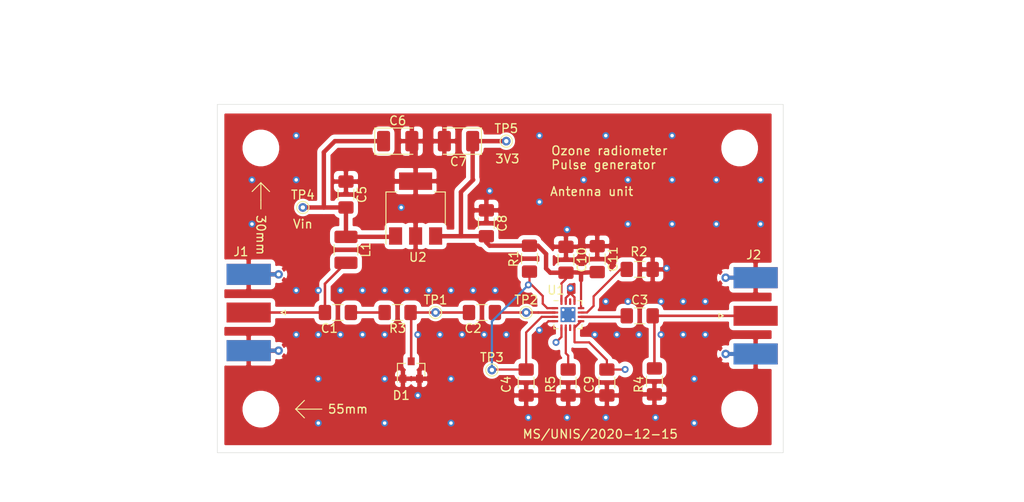
<source format=kicad_pcb>
(kicad_pcb (version 20171130) (host pcbnew "(5.1.5)-3")
  (layers (0 F.Cu signal) (1 In1.Cu power) (2 In2.Cu power) (31 B.Cu signal) (34 B.Paste user) (35 F.Paste user) (36 B.SilkS user) (37 F.SilkS user) (38 B.Mask user) (39 F.Mask user) (44 Edge.Cuts user))
  (net 0 "")
  (net 1 "Net-(C1-Pad2)")
  (net 2 "Net-(C1-Pad1)")
  (net 3 "Net-(C2-Pad1)")
  (net 4 "Net-(C2-Pad2)")
  (net 5 "Net-(C3-Pad2)")
  (net 6 "Net-(C3-Pad1)")
  (net 7 "Net-(C4-Pad2)")
  (net 8 GND)
  (net 9 "Net-(C5-Pad2)")
  (net 10 +3V3)
  (net 11 "Net-(R2-Pad2)")
  (net 12 "Net-(R5-Pad1)")
  (net 13 "Net-(U1-Pad7)")
  (net 14 "Net-(U1-Pad14)")
  (module Connector_Coaxial:SMA_Molex_73251-1153_EdgeMount_Horizontal (layer F.Cu) (at 95.319 88.9)
    (fp_text reference J1 (at -2.609 -6.985) (layer F.SilkS))
    (fp_text value Conn_Coaxial)
    (fp_line (start 2.5 0.25) (end 2 0) (layer F.SilkS) (width 0.12))
    (fp_line (start 2.5 -0.25) (end 2.5 0.25) (layer F.SilkS) (width 0.12))
    (fp_line (start 2 0) (end 2.5 -0.25) (layer F.SilkS) (width 0.12))
    (pad 1 smd rect (at -1.72 0) (size 5.08 2.29) (layers F.Cu F.Paste F.Mask) (net 1 "Net-(C1-Pad2)"))
    (pad 2 smd rect (at -1.72 -4.38) (size 5.08 2.42) (layers F.Cu F.Paste F.Mask) (net 8 GND))
    (pad 2 smd rect (at -1.72 4.38) (size 5.08 2.42) (layers F.Cu F.Paste F.Mask) (net 8 GND))
    (pad 2 smd rect (at -1.72 -4.38) (size 5.08 2.42) (layers B.Cu B.Paste B.Mask) (net 8 GND))
    (pad 2 smd rect (at -1.72 4.38) (size 5.08 2.42) (layers B.Cu B.Paste B.Mask) (net 8 GND))
    (pad 2 thru_hole circle (at 1.72 -4.38) (size 0.97 0.97) (drill 0.46) (layers *.Cu) (net 8 GND))
    (pad 2 thru_hole circle (at 1.72 4.38) (size 0.97 0.97) (drill 0.46) (layers *.Cu) (net 8 GND))
    (pad 2 smd rect (at 1.27 -4.38) (size 0.95 0.46) (layers F.Cu) (net 8 GND))
    (pad 2 smd rect (at 1.27 4.38) (size 0.95 0.46) (layers F.Cu) (net 8 GND))
    (pad 2 smd rect (at 1.27 -4.38) (size 0.95 0.46) (layers B.Cu) (net 8 GND))
    (pad 2 smd rect (at 1.27 4.38) (size 0.95 0.46) (layers B.Cu) (net 8 GND))
  )
  (module Capacitor_SMD:C_1206_3216Metric_Pad1.42x1.75mm_HandSolder (layer F.Cu) (at 103.8495 88.9 180)
    (fp_text reference C1 (at 0.9795 -1.82) (layer F.SilkS))
    (fp_text value 10n)
    (fp_line (start -0.602064 0.91) (end 0.602064 0.91) (layer F.SilkS) (width 0.12))
    (fp_line (start -0.602064 -0.91) (end 0.602064 -0.91) (layer F.SilkS) (width 0.12))
    (pad 2 smd roundrect (at 1.4875 0 180) (size 1.425 1.75) (layers F.Cu F.Paste F.Mask) (roundrect_rratio 0.175439) (net 1 "Net-(C1-Pad2)"))
    (pad 1 smd roundrect (at -1.4875 0 180) (size 1.425 1.75) (layers F.Cu F.Paste F.Mask) (roundrect_rratio 0.175439) (net 2 "Net-(C1-Pad1)"))
  )
  (module Capacitor_SMD:C_1206_3216Metric_Pad1.42x1.75mm_HandSolder (layer F.Cu) (at 120.396 88.9 180)
    (fp_text reference C2 (at 1.016 -1.82) (layer F.SilkS))
    (fp_text value 10n)
    (fp_line (start -0.602064 -0.91) (end 0.602064 -0.91) (layer F.SilkS) (width 0.12))
    (fp_line (start -0.602064 0.91) (end 0.602064 0.91) (layer F.SilkS) (width 0.12))
    (pad 1 smd roundrect (at -1.4875 0 180) (size 1.425 1.75) (layers F.Cu F.Paste F.Mask) (roundrect_rratio 0.175439) (net 3 "Net-(C2-Pad1)"))
    (pad 2 smd roundrect (at 1.4875 0 180) (size 1.425 1.75) (layers F.Cu F.Paste F.Mask) (roundrect_rratio 0.175439) (net 4 "Net-(C2-Pad2)"))
  )
  (module Capacitor_SMD:C_1206_3216Metric_Pad1.42x1.75mm_HandSolder (layer F.Cu) (at 138.5205 89.281)
    (fp_text reference C3 (at 0 -1.82) (layer F.SilkS))
    (fp_text value 1p)
    (fp_line (start -0.602064 0.91) (end 0.602064 0.91) (layer F.SilkS) (width 0.12))
    (fp_line (start -0.602064 -0.91) (end 0.602064 -0.91) (layer F.SilkS) (width 0.12))
    (pad 2 smd roundrect (at 1.4875 0) (size 1.425 1.75) (layers F.Cu F.Paste F.Mask) (roundrect_rratio 0.175439) (net 5 "Net-(C3-Pad2)"))
    (pad 1 smd roundrect (at -1.4875 0) (size 1.425 1.75) (layers F.Cu F.Paste F.Mask) (roundrect_rratio 0.175439) (net 6 "Net-(C3-Pad1)"))
  )
  (module Capacitor_SMD:C_1206_3216Metric_Pad1.42x1.75mm_HandSolder (layer F.Cu) (at 125.476 96.9375 90)
    (fp_text reference C4 (at -0.2175 -2.286 270) (layer F.SilkS))
    (fp_text value 10n)
    (fp_line (start -0.602064 0.91) (end 0.602064 0.91) (layer F.SilkS) (width 0.12))
    (fp_line (start -0.602064 -0.91) (end 0.602064 -0.91) (layer F.SilkS) (width 0.12))
    (pad 2 smd roundrect (at 1.4875 0 90) (size 1.425 1.75) (layers F.Cu F.Paste F.Mask) (roundrect_rratio 0.175439) (net 7 "Net-(C4-Pad2)"))
    (pad 1 smd roundrect (at -1.4875 0 90) (size 1.425 1.75) (layers F.Cu F.Paste F.Mask) (roundrect_rratio 0.175439) (net 8 GND))
  )
  (module Capacitor_SMD:C_1206_3216Metric_Pad1.42x1.75mm_HandSolder (layer F.Cu) (at 104.775 75.3475 270)
    (fp_text reference C5 (at 0 -1.82 90) (layer F.SilkS))
    (fp_text value 10n)
    (fp_line (start -0.602064 -0.91) (end 0.602064 -0.91) (layer F.SilkS) (width 0.12))
    (fp_line (start -0.602064 0.91) (end 0.602064 0.91) (layer F.SilkS) (width 0.12))
    (pad 1 smd roundrect (at -1.4875 0 270) (size 1.425 1.75) (layers F.Cu F.Paste F.Mask) (roundrect_rratio 0.175439) (net 8 GND))
    (pad 2 smd roundrect (at 1.4875 0 270) (size 1.425 1.75) (layers F.Cu F.Paste F.Mask) (roundrect_rratio 0.175439) (net 9 "Net-(C5-Pad2)"))
  )
  (module Capacitor_Tantalum_SMD:CP_EIA-3528-21_Kemet-B_Pad1.50x2.35mm_HandSolder (layer F.Cu) (at 110.718 69.215)
    (fp_text reference C6 (at 0 -2.35) (layer F.SilkS))
    (fp_text value 10u)
    (fp_line (start -2.635 1.51) (end 1.75 1.51) (layer F.SilkS) (width 0.12))
    (fp_line (start -2.635 -1.51) (end -2.635 1.51) (layer F.SilkS) (width 0.12))
    (fp_line (start 1.75 -1.51) (end -2.635 -1.51) (layer F.SilkS) (width 0.12))
    (pad 2 smd roundrect (at 1.625 0) (size 1.5 2.35) (layers F.Cu F.Paste F.Mask) (roundrect_rratio 0.166667) (net 8 GND))
    (pad 1 smd roundrect (at -1.625 0) (size 1.5 2.35) (layers F.Cu F.Paste F.Mask) (roundrect_rratio 0.166667) (net 9 "Net-(C5-Pad2)"))
  )
  (module Capacitor_Tantalum_SMD:CP_EIA-3528-21_Kemet-B_Pad1.50x2.35mm_HandSolder (layer F.Cu) (at 117.703 69.215 180)
    (fp_text reference C7 (at 0 -2.35) (layer F.SilkS))
    (fp_text value 10u)
    (fp_line (start 1.75 -1.51) (end -2.635 -1.51) (layer F.SilkS) (width 0.12))
    (fp_line (start -2.635 -1.51) (end -2.635 1.51) (layer F.SilkS) (width 0.12))
    (fp_line (start -2.635 1.51) (end 1.75 1.51) (layer F.SilkS) (width 0.12))
    (pad 1 smd roundrect (at -1.625 0 180) (size 1.5 2.35) (layers F.Cu F.Paste F.Mask) (roundrect_rratio 0.166667) (net 10 +3V3))
    (pad 2 smd roundrect (at 1.625 0 180) (size 1.5 2.35) (layers F.Cu F.Paste F.Mask) (roundrect_rratio 0.166667) (net 8 GND))
  )
  (module Capacitor_SMD:C_1206_3216Metric_Pad1.42x1.75mm_HandSolder (layer F.Cu) (at 120.904 78.6495 270)
    (fp_text reference C8 (at 0 -1.82 90) (layer F.SilkS))
    (fp_text value 10n)
    (fp_line (start -0.602064 -0.91) (end 0.602064 -0.91) (layer F.SilkS) (width 0.12))
    (fp_line (start -0.602064 0.91) (end 0.602064 0.91) (layer F.SilkS) (width 0.12))
    (pad 1 smd roundrect (at -1.4875 0 270) (size 1.425 1.75) (layers F.Cu F.Paste F.Mask) (roundrect_rratio 0.175439) (net 8 GND))
    (pad 2 smd roundrect (at 1.4875 0 270) (size 1.425 1.75) (layers F.Cu F.Paste F.Mask) (roundrect_rratio 0.175439) (net 10 +3V3))
  )
  (module Capacitor_SMD:C_1206_3216Metric_Pad1.42x1.75mm_HandSolder (layer F.Cu) (at 134.747 96.9375 90)
    (fp_text reference C9 (at -0.2175 -2.032 270) (layer F.SilkS))
    (fp_text value 10n)
    (fp_line (start -0.602064 0.91) (end 0.602064 0.91) (layer F.SilkS) (width 0.12))
    (fp_line (start -0.602064 -0.91) (end 0.602064 -0.91) (layer F.SilkS) (width 0.12))
    (pad 2 smd roundrect (at 1.4875 0 90) (size 1.425 1.75) (layers F.Cu F.Paste F.Mask) (roundrect_rratio 0.175439) (net 10 +3V3))
    (pad 1 smd roundrect (at -1.4875 0 90) (size 1.425 1.75) (layers F.Cu F.Paste F.Mask) (roundrect_rratio 0.175439) (net 8 GND))
  )
  (module Capacitor_SMD:C_1206_3216Metric_Pad1.42x1.75mm_HandSolder (layer F.Cu) (at 130.048 82.8405 270)
    (fp_text reference C10 (at 0 -1.82 90) (layer F.SilkS))
    (fp_text value 10n)
    (fp_line (start -0.602064 -0.91) (end 0.602064 -0.91) (layer F.SilkS) (width 0.12))
    (fp_line (start -0.602064 0.91) (end 0.602064 0.91) (layer F.SilkS) (width 0.12))
    (pad 1 smd roundrect (at -1.4875 0 270) (size 1.425 1.75) (layers F.Cu F.Paste F.Mask) (roundrect_rratio 0.175439) (net 8 GND))
    (pad 2 smd roundrect (at 1.4875 0 270) (size 1.425 1.75) (layers F.Cu F.Paste F.Mask) (roundrect_rratio 0.175439) (net 10 +3V3))
  )
  (module Package_TO_SOT_SMD:SOT-23 (layer F.Cu) (at 112.268 95.504 90)
    (fp_text reference D1 (at -2.921 -1.143 180) (layer F.SilkS))
    (fp_text value SM7630-005LF)
    (fp_line (start 0.76 1.58) (end 0.76 0.65) (layer F.SilkS) (width 0.12))
    (fp_line (start 0.76 -1.58) (end 0.76 -0.65) (layer F.SilkS) (width 0.12))
    (fp_line (start 0.76 -1.58) (end -1.4 -1.58) (layer F.SilkS) (width 0.12))
    (fp_line (start 0.76 1.58) (end -0.7 1.58) (layer F.SilkS) (width 0.12))
    (pad 1 smd rect (at -1 -0.95 90) (size 0.9 0.8) (layers F.Cu F.Paste F.Mask) (net 8 GND))
    (pad 2 smd rect (at -1 0.95 90) (size 0.9 0.8) (layers F.Cu F.Paste F.Mask) (net 8 GND))
    (pad 3 smd rect (at 1 0 90) (size 0.9 0.8) (layers F.Cu F.Paste F.Mask) (net 4 "Net-(C2-Pad2)"))
  )
  (module Connector_Coaxial:SMA_Molex_73251-1153_EdgeMount_Horizontal (layer F.Cu) (at 150.114 89.281 180)
    (fp_text reference J2 (at -1.5 7) (layer F.SilkS))
    (fp_text value Conn_Coaxial)
    (fp_line (start 2 0) (end 2.5 -0.25) (layer F.SilkS) (width 0.12))
    (fp_line (start 2.5 -0.25) (end 2.5 0.25) (layer F.SilkS) (width 0.12))
    (fp_line (start 2.5 0.25) (end 2 0) (layer F.SilkS) (width 0.12))
    (pad 2 smd rect (at 1.27 4.38 180) (size 0.95 0.46) (layers B.Cu) (net 8 GND))
    (pad 2 smd rect (at 1.27 -4.38 180) (size 0.95 0.46) (layers B.Cu) (net 8 GND))
    (pad 2 smd rect (at 1.27 4.38 180) (size 0.95 0.46) (layers F.Cu) (net 8 GND))
    (pad 2 smd rect (at 1.27 -4.38 180) (size 0.95 0.46) (layers F.Cu) (net 8 GND))
    (pad 2 thru_hole circle (at 1.72 4.38 180) (size 0.97 0.97) (drill 0.46) (layers *.Cu) (net 8 GND))
    (pad 2 thru_hole circle (at 1.72 -4.38 180) (size 0.97 0.97) (drill 0.46) (layers *.Cu) (net 8 GND))
    (pad 2 smd rect (at -1.72 4.38 180) (size 5.08 2.42) (layers B.Cu B.Paste B.Mask) (net 8 GND))
    (pad 2 smd rect (at -1.72 -4.38 180) (size 5.08 2.42) (layers B.Cu B.Paste B.Mask) (net 8 GND))
    (pad 2 smd rect (at -1.72 4.38 180) (size 5.08 2.42) (layers F.Cu F.Paste F.Mask) (net 8 GND))
    (pad 2 smd rect (at -1.72 -4.38 180) (size 5.08 2.42) (layers F.Cu F.Paste F.Mask) (net 8 GND))
    (pad 1 smd rect (at -1.72 0 180) (size 5.08 2.29) (layers F.Cu F.Paste F.Mask) (net 5 "Net-(C3-Pad2)"))
  )
  (module Inductor_SMD:L_1210_3225Metric_Pad1.42x2.65mm_HandSolder (layer F.Cu) (at 104.775 81.6975 270)
    (fp_text reference L1 (at 0 -2.28 90) (layer F.SilkS))
    (fp_text value 100u)
    (fp_line (start -0.602064 -1.36) (end 0.602064 -1.36) (layer F.SilkS) (width 0.12))
    (fp_line (start -0.602064 1.36) (end 0.602064 1.36) (layer F.SilkS) (width 0.12))
    (pad 1 smd roundrect (at -1.4875 0 270) (size 1.425 2.65) (layers F.Cu F.Paste F.Mask) (roundrect_rratio 0.175439) (net 9 "Net-(C5-Pad2)"))
    (pad 2 smd roundrect (at 1.4875 0 270) (size 1.425 2.65) (layers F.Cu F.Paste F.Mask) (roundrect_rratio 0.175439) (net 1 "Net-(C1-Pad2)"))
  )
  (module TestPoint:TestPoint_THTPad_D1.0mm_Drill0.5mm (layer F.Cu) (at 115.062 88.9)
    (fp_text reference TP1 (at 0 -1.448) (layer F.SilkS))
    (fp_text value RF)
    (fp_circle (center 0 0) (end 0 0.7) (layer F.SilkS) (width 0.12))
    (pad 1 thru_hole circle (at 0 0) (size 1 1) (drill 0.5) (layers *.Cu *.Mask) (net 4 "Net-(C2-Pad2)"))
  )
  (module TestPoint:TestPoint_THTPad_D1.0mm_Drill0.5mm (layer F.Cu) (at 125.476 88.9)
    (fp_text reference TP2 (at 0 -1.448) (layer F.SilkS))
    (fp_text value VP)
    (fp_circle (center 0 0) (end 0 0.7) (layer F.SilkS) (width 0.12))
    (pad 1 thru_hole circle (at 0 0) (size 1 1) (drill 0.5) (layers *.Cu *.Mask) (net 3 "Net-(C2-Pad1)"))
  )
  (module TestPoint:TestPoint_THTPad_D1.0mm_Drill0.5mm (layer F.Cu) (at 121.539 95.504)
    (fp_text reference TP3 (at 0 -1.448) (layer F.SilkS))
    (fp_text value VN)
    (fp_circle (center 0 0) (end 0 0.7) (layer F.SilkS) (width 0.12))
    (pad 1 thru_hole circle (at 0 0) (size 1 1) (drill 0.5) (layers *.Cu *.Mask) (net 7 "Net-(C4-Pad2)"))
  )
  (module TestPoint:TestPoint_THTPad_D1.0mm_Drill0.5mm (layer F.Cu) (at 99.822 76.835)
    (fp_text reference TP4 (at 0 -1.448) (layer F.SilkS))
    (fp_text value Vin (at 0 1.905) (layer F.SilkS))
    (fp_circle (center 0 0) (end 0 0.7) (layer F.SilkS) (width 0.12))
    (pad 1 thru_hole circle (at 0 0) (size 1 1) (drill 0.5) (layers *.Cu *.Mask) (net 9 "Net-(C5-Pad2)"))
  )
  (module TestPoint:TestPoint_THTPad_D1.0mm_Drill0.5mm (layer F.Cu) (at 123.19 69.215)
    (fp_text reference TP5 (at 0 -1.448) (layer F.SilkS))
    (fp_text value 3V3 (at 0.127 2.032) (layer F.SilkS))
    (fp_circle (center 0 0) (end 0 0.7) (layer F.SilkS) (width 0.12))
    (pad 1 thru_hole circle (at 0 0) (size 1 1) (drill 0.5) (layers *.Cu *.Mask) (net 10 +3V3))
  )
  (module Package_CSP:LFCSP-16-1EP_3x3mm_P0.5mm_EP1.7x1.7mm_ThermalVias (layer F.Cu) (at 130.278 89.15)
    (fp_text reference U1 (at -1.373 -2.82) (layer F.SilkS))
    (fp_text value ADCMP572)
    (fp_line (start 1.135 -1.61) (end 1.61 -1.61) (layer F.SilkS) (width 0.12))
    (fp_line (start 1.61 -1.61) (end 1.61 -1.135) (layer F.SilkS) (width 0.12))
    (fp_line (start -1.135 1.61) (end -1.61 1.61) (layer F.SilkS) (width 0.12))
    (fp_line (start -1.61 1.61) (end -1.61 1.135) (layer F.SilkS) (width 0.12))
    (fp_line (start 1.135 1.61) (end 1.61 1.61) (layer F.SilkS) (width 0.12))
    (fp_line (start 1.61 1.61) (end 1.61 1.135) (layer F.SilkS) (width 0.12))
    (fp_line (start -1.135 -1.61) (end -1.61 -1.61) (layer F.SilkS) (width 0.12))
    (pad 1 smd roundrect (at -1.5 -0.75) (size 0.75 0.25) (layers F.Cu F.Paste F.Mask) (net 7 "Net-(C4-Pad2)"))
    (pad 2 smd roundrect (at -1.5 -0.25) (size 0.75 0.25) (layers F.Cu F.Paste F.Mask) (net 3 "Net-(C2-Pad1)"))
    (pad 3 smd roundrect (at -1.5 0.25) (size 0.75 0.25) (layers F.Cu F.Paste F.Mask) (net 7 "Net-(C4-Pad2)"))
    (pad 4 smd roundrect (at -1.5 0.75) (size 0.75 0.25) (layers F.Cu F.Paste F.Mask) (net 8 GND))
    (pad 5 smd roundrect (at -0.75 1.5) (size 0.25 0.75) (layers F.Cu F.Paste F.Mask) (net 10 +3V3))
    (pad 6 smd roundrect (at -0.25 1.5) (size 0.25 0.75) (layers F.Cu F.Paste F.Mask) (net 12 "Net-(R5-Pad1)"))
    (pad 7 smd roundrect (at 0.25 1.5) (size 0.25 0.75) (layers F.Cu F.Paste F.Mask) (net 13 "Net-(U1-Pad7)"))
    (pad 8 smd roundrect (at 0.75 1.5) (size 0.25 0.75) (layers F.Cu F.Paste F.Mask) (net 10 +3V3))
    (pad 9 smd roundrect (at 1.5 0.75) (size 0.75 0.25) (layers F.Cu F.Paste F.Mask) (net 10 +3V3))
    (pad 10 smd roundrect (at 1.5 0.25) (size 0.75 0.25) (layers F.Cu F.Paste F.Mask) (net 6 "Net-(C3-Pad1)"))
    (pad 11 smd roundrect (at 1.5 -0.25) (size 0.75 0.25) (layers F.Cu F.Paste F.Mask) (net 11 "Net-(R2-Pad2)"))
    (pad 12 smd roundrect (at 1.5 -0.75) (size 0.75 0.25) (layers F.Cu F.Paste F.Mask) (net 10 +3V3))
    (pad 13 smd roundrect (at 0.75 -1.5) (size 0.25 0.75) (layers F.Cu F.Paste F.Mask) (net 8 GND))
    (pad 14 smd roundrect (at 0.25 -1.5) (size 0.25 0.75) (layers F.Cu F.Paste F.Mask) (net 14 "Net-(U1-Pad14)"))
    (pad 15 smd roundrect (at -0.25 -1.5) (size 0.25 0.75) (layers F.Cu F.Paste F.Mask) (net 8 GND))
    (pad 16 smd roundrect (at -0.75 -1.5) (size 0.25 0.75) (layers F.Cu F.Paste F.Mask) (net 10 +3V3))
    (pad 17 smd rect (at 0 0) (size 1.7 1.7) (layers F.Cu F.Mask))
    (pad 17 thru_hole circle (at -0.55 -0.55) (size 0.6 0.6) (drill 0.3) (layers *.Cu))
    (pad 17 thru_hole circle (at 0.55 -0.55) (size 0.6 0.6) (drill 0.3) (layers *.Cu))
    (pad 17 thru_hole circle (at -0.55 0.55) (size 0.6 0.6) (drill 0.3) (layers *.Cu))
    (pad 17 thru_hole circle (at 0.55 0.55) (size 0.6 0.6) (drill 0.3) (layers *.Cu))
    (pad 17 smd rect (at 0 0) (size 1.7 1.7) (layers B.Cu))
  )
  (module Package_TO_SOT_SMD:SOT-223-3_TabPin2 (layer F.Cu) (at 112.776 76.962 90)
    (fp_text reference U2 (at -5.588 0.254 180) (layer F.SilkS))
    (fp_text value LT1963AxST-3.3)
    (fp_line (start 1.91 3.41) (end 1.91 2.15) (layer F.SilkS) (width 0.12))
    (fp_line (start 1.91 -3.41) (end 1.91 -2.15) (layer F.SilkS) (width 0.12))
    (fp_line (start -1.85 3.41) (end 1.91 3.41) (layer F.SilkS) (width 0.12))
    (fp_line (start -4.1 -3.41) (end 1.91 -3.41) (layer F.SilkS) (width 0.12))
    (pad 2 smd rect (at 3.15 0 90) (size 2 3.8) (layers F.Cu F.Paste F.Mask) (net 8 GND))
    (pad 2 smd rect (at -3.15 0 90) (size 2 1.5) (layers F.Cu F.Paste F.Mask) (net 8 GND))
    (pad 3 smd rect (at -3.15 2.3 90) (size 2 1.5) (layers F.Cu F.Paste F.Mask) (net 10 +3V3))
    (pad 1 smd rect (at -3.15 -2.3 90) (size 2 1.5) (layers F.Cu F.Paste F.Mask) (net 9 "Net-(C5-Pad2)"))
  )
  (module Resistor_SMD:R_1206_3216Metric_Pad1.42x1.75mm_HandSolder (layer F.Cu) (at 125.857 82.7135 90)
    (fp_text reference R1 (at 0 -1.82 90) (layer F.SilkS))
    (fp_text value 150)
    (fp_line (start -0.602064 0.91) (end 0.602064 0.91) (layer F.SilkS) (width 0.12))
    (fp_line (start -0.602064 -0.91) (end 0.602064 -0.91) (layer F.SilkS) (width 0.12))
    (pad 2 smd roundrect (at 1.4875 0 90) (size 1.425 1.75) (layers F.Cu F.Paste F.Mask) (roundrect_rratio 0.175439) (net 10 +3V3))
    (pad 1 smd roundrect (at -1.4875 0 90) (size 1.425 1.75) (layers F.Cu F.Paste F.Mask) (roundrect_rratio 0.175439) (net 7 "Net-(C4-Pad2)"))
  )
  (module Resistor_SMD:R_1206_3216Metric_Pad1.42x1.75mm_HandSolder (layer F.Cu) (at 138.5205 83.947 180)
    (fp_text reference R2 (at 0.0905 2.032) (layer F.SilkS))
    (fp_text value 50)
    (fp_line (start -0.602064 0.91) (end 0.602064 0.91) (layer F.SilkS) (width 0.12))
    (fp_line (start -0.602064 -0.91) (end 0.602064 -0.91) (layer F.SilkS) (width 0.12))
    (pad 2 smd roundrect (at 1.4875 0 180) (size 1.425 1.75) (layers F.Cu F.Paste F.Mask) (roundrect_rratio 0.175439) (net 11 "Net-(R2-Pad2)"))
    (pad 1 smd roundrect (at -1.4875 0 180) (size 1.425 1.75) (layers F.Cu F.Paste F.Mask) (roundrect_rratio 0.175439) (net 8 GND))
  )
  (module Resistor_SMD:R_1206_3216Metric_Pad1.42x1.75mm_HandSolder (layer F.Cu) (at 110.7075 88.9 180)
    (fp_text reference R3 (at 0 -1.82) (layer F.SilkS))
    (fp_text value 50)
    (fp_line (start -0.602064 -0.91) (end 0.602064 -0.91) (layer F.SilkS) (width 0.12))
    (fp_line (start -0.602064 0.91) (end 0.602064 0.91) (layer F.SilkS) (width 0.12))
    (pad 1 smd roundrect (at -1.4875 0 180) (size 1.425 1.75) (layers F.Cu F.Paste F.Mask) (roundrect_rratio 0.175439) (net 4 "Net-(C2-Pad2)"))
    (pad 2 smd roundrect (at 1.4875 0 180) (size 1.425 1.75) (layers F.Cu F.Paste F.Mask) (roundrect_rratio 0.175439) (net 2 "Net-(C1-Pad1)"))
  )
  (module Resistor_SMD:R_1206_3216Metric_Pad1.42x1.75mm_HandSolder (layer F.Cu) (at 140.208 96.8105 90)
    (fp_text reference R4 (at -0.3445 -1.778 270) (layer F.SilkS))
    (fp_text value 50)
    (fp_line (start -0.602064 -0.91) (end 0.602064 -0.91) (layer F.SilkS) (width 0.12))
    (fp_line (start -0.602064 0.91) (end 0.602064 0.91) (layer F.SilkS) (width 0.12))
    (pad 1 smd roundrect (at -1.4875 0 90) (size 1.425 1.75) (layers F.Cu F.Paste F.Mask) (roundrect_rratio 0.175439) (net 8 GND))
    (pad 2 smd roundrect (at 1.4875 0 90) (size 1.425 1.75) (layers F.Cu F.Paste F.Mask) (roundrect_rratio 0.175439) (net 5 "Net-(C3-Pad2)"))
  )
  (module Resistor_SMD:R_1206_3216Metric_Pad1.42x1.75mm_HandSolder (layer F.Cu) (at 130.302 96.9375 270)
    (fp_text reference R5 (at 0.2175 2.032 270) (layer F.SilkS))
    (fp_text value 750)
    (fp_line (start -0.602064 -0.91) (end 0.602064 -0.91) (layer F.SilkS) (width 0.12))
    (fp_line (start -0.602064 0.91) (end 0.602064 0.91) (layer F.SilkS) (width 0.12))
    (pad 1 smd roundrect (at -1.4875 0 270) (size 1.425 1.75) (layers F.Cu F.Paste F.Mask) (roundrect_rratio 0.175439) (net 12 "Net-(R5-Pad1)"))
    (pad 2 smd roundrect (at 1.4875 0 270) (size 1.425 1.75) (layers F.Cu F.Paste F.Mask) (roundrect_rratio 0.175439) (net 8 GND))
  )
  (module Capacitor_SMD:C_1206_3216Metric_Pad1.42x1.75mm_HandSolder (layer F.Cu) (at 133.6405 82.7675 270)
    (fp_text reference C11 (at 0 -1.82 90) (layer F.SilkS))
    (fp_text value 1u)
    (fp_line (start -0.602064 -0.91) (end 0.602064 -0.91) (layer F.SilkS) (width 0.12))
    (fp_line (start -0.602064 0.91) (end 0.602064 0.91) (layer F.SilkS) (width 0.12))
    (pad 1 smd roundrect (at -1.4875 0 270) (size 1.425 1.75) (layers F.Cu F.Paste F.Mask) (roundrect_rratio 0.175439) (net 8 GND))
    (pad 2 smd roundrect (at 1.4875 0 270) (size 1.425 1.75) (layers F.Cu F.Paste F.Mask) (roundrect_rratio 0.175439) (net 10 +3V3))
  )
  (module MountingHole:MountingHole_3.2mm_M3_DIN965 (layer F.Cu) (at 95 70)
    (fp_text reference H1)
    (fp_text value MountingHole)
    (pad 1 np_thru_hole circle (at 0 0) (size 3.2 3.2) (drill 3.2) (layers *.Cu *.Mask))
  )
  (module MountingHole:MountingHole_3.2mm_M3_DIN965 (layer F.Cu) (at 95 100)
    (fp_text reference H2)
    (fp_text value MountingHole)
    (pad 1 np_thru_hole circle (at 0 0) (size 3.2 3.2) (drill 3.2) (layers *.Cu *.Mask))
  )
  (module MountingHole:MountingHole_3.2mm_M3_DIN965 (layer F.Cu) (at 150 70)
    (fp_text reference H3)
    (fp_text value MountingHole)
    (pad 1 np_thru_hole circle (at 0 0) (size 3.2 3.2) (drill 3.2) (layers *.Cu *.Mask))
  )
  (module MountingHole:MountingHole_3.2mm_M3_DIN965 (layer F.Cu) (at 150 100)
    (fp_text reference H4)
    (fp_text value MountingHole)
    (pad 1 np_thru_hole circle (at 0 0) (size 3.2 3.2) (drill 3.2) (layers *.Cu *.Mask))
  )
  (gr_text "Antenna unit" (at 133 75) (layer F.SilkS) (effects (font (size 1 1))))
  (gr_text 30mm (at 95 80 270) (layer F.SilkS) (effects (font (size 1 1))))
  (gr_line (start 95 77) (end 95 76) (layer F.SilkS) (width 0.12))
  (gr_line (start 95 74) (end 94 75) (layer F.SilkS) (width 0.12))
  (gr_line (start 95 74) (end 96 75) (layer F.SilkS) (width 0.12))
  (gr_line (start 95 76) (end 95 74) (layer F.SilkS) (width 0.12))
  (gr_text 55mm (at 105 100) (layer F.SilkS) (effects (font (size 1 1))))
  (gr_line (start 99 100) (end 100 101) (layer F.SilkS) (width 0.12))
  (gr_line (start 99 100) (end 100 99) (layer F.SilkS) (width 0.12))
  (gr_line (start 102 100) (end 99 100) (layer F.SilkS) (width 0.12))
  (gr_text MS/UNIS/2020-12-15 (at 133.985 102.87) (layer F.SilkS) (effects (font (size 1 1))))
  (gr_text "Ozone radiometer\nPulse generator" (at 128.27 71.12) (layer F.SilkS) (effects (font (size 1 1)) (justify left)))
  (gr_line (start 155 105) (end 155 65) (layer Edge.Cuts) (width 0.05))
  (gr_line (start 90 105) (end 155 105) (layer Edge.Cuts) (width 0.05))
  (gr_line (start 90 65) (end 90 105) (layer Edge.Cuts) (width 0.05))
  (gr_line (start 155 65) (end 90 65) (layer Edge.Cuts) (width 0.05))
  (segment (start 101.6495 88.9) (end 93.599 88.9) (width 0.29337) (layer F.Cu) (net 1))
  (segment (start 102.362 88.9) (end 101.6495 88.9) (width 0.29337) (layer F.Cu) (net 1))
  (segment (start 102.362 85.598) (end 104.775 83.185) (width 0.29337) (layer F.Cu) (net 1))
  (segment (start 102.362 88.9) (end 102.362 85.598) (width 0.29337) (layer F.Cu) (net 1))
  (segment (start 106.0495 88.9) (end 109.22 88.9) (width 0.29337) (layer F.Cu) (net 2))
  (segment (start 105.337 88.9) (end 106.0495 88.9) (width 0.29337) (layer F.Cu) (net 2))
  (segment (start 122.596 88.9) (end 125.476 88.9) (width 0.29337) (layer F.Cu) (net 3))
  (segment (start 121.8835 88.9) (end 122.596 88.9) (width 0.29337) (layer F.Cu) (net 3))
  (segment (start 125.476 88.9) (end 126.873 88.9) (width 0.29337) (layer F.Cu) (net 3))
  (segment (start 128.778 88.9) (end 126.873 88.9) (width 0.29337) (layer F.Cu) (net 3))
  (segment (start 112.195 88.9) (end 115.062 88.9) (width 0.29337) (layer F.Cu) (net 4))
  (segment (start 115.769106 88.9) (end 118.9085 88.9) (width 0.29337) (layer F.Cu) (net 4))
  (segment (start 115.062 88.9) (end 115.769106 88.9) (width 0.29337) (layer F.Cu) (net 4))
  (segment (start 112.268 88.973) (end 112.195 88.9) (width 0.29337) (layer F.Cu) (net 4))
  (segment (start 112.268 94.504) (end 112.268 88.973) (width 0.29337) (layer F.Cu) (net 4))
  (segment (start 140.7205 89.281) (end 151.834 89.281) (width 0.29337) (layer F.Cu) (net 5))
  (segment (start 140.008 89.281) (end 140.7205 89.281) (width 0.29337) (layer F.Cu) (net 5))
  (segment (start 140.208 89.481) (end 140.008 89.281) (width 0.29337) (layer F.Cu) (net 5))
  (segment (start 140.208 95.323) (end 140.208 89.481) (width 0.29337) (layer F.Cu) (net 5))
  (segment (start 136.914 89.4) (end 137.033 89.281) (width 0.29337) (layer F.Cu) (net 6))
  (segment (start 131.778 89.4) (end 136.914 89.4) (width 0.29337) (layer F.Cu) (net 6))
  (segment (start 125.857 85.479) (end 127.381 87.003) (width 0.254) (layer F.Cu) (net 7))
  (segment (start 125.857 84.201) (end 125.857 85.479) (width 0.254) (layer F.Cu) (net 7))
  (segment (start 127.381 87.003) (end 127.381 87.884) (width 0.254) (layer F.Cu) (net 7))
  (segment (start 127.897 88.4) (end 128.778 88.4) (width 0.254) (layer F.Cu) (net 7))
  (segment (start 127.381 87.884) (end 127.897 88.4) (width 0.254) (layer F.Cu) (net 7))
  (segment (start 125.476 95.45) (end 125.476 91.186) (width 0.254) (layer F.Cu) (net 7))
  (segment (start 127.262 89.4) (end 128.778 89.4) (width 0.254) (layer F.Cu) (net 7))
  (segment (start 125.476 91.186) (end 127.262 89.4) (width 0.254) (layer F.Cu) (net 7))
  (segment (start 121.593 95.45) (end 121.539 95.504) (width 0.254) (layer F.Cu) (net 7))
  (segment (start 125.476 95.45) (end 121.593 95.45) (width 0.254) (layer F.Cu) (net 7))
  (segment (start 125.857 85.479) (end 125.857 85.598) (width 0.254) (layer F.Cu) (net 7))
  (via (at 125.73 85.725) (size 0.8) (drill 0.4) (layers F.Cu B.Cu) (net 7))
  (segment (start 125.857 85.598) (end 125.73 85.725) (width 0.254) (layer F.Cu) (net 7))
  (segment (start 121.539 89.916) (end 121.539 95.504) (width 0.254) (layer B.Cu) (net 7))
  (segment (start 125.73 85.725) (end 121.539 89.916) (width 0.254) (layer B.Cu) (net 7))
  (segment (start 131.028 87.156252) (end 131.028 87.65) (width 0.254) (layer F.Cu) (net 8))
  (segment (start 130.561948 86.6902) (end 131.028 87.156252) (width 0.254) (layer F.Cu) (net 8))
  (segment (start 130.028 87.65) (end 130.028 87.224148) (width 0.254) (layer F.Cu) (net 8))
  (segment (start 130.028 87.224148) (end 130.561948 86.6902) (width 0.254) (layer F.Cu) (net 8))
  (via (at 130.556 86.106) (size 0.8) (drill 0.4) (layers F.Cu B.Cu) (net 8))
  (segment (start 130.561948 86.6902) (end 130.561948 86.111948) (width 0.254) (layer F.Cu) (net 8))
  (segment (start 130.561948 86.111948) (end 130.556 86.106) (width 0.254) (layer F.Cu) (net 8))
  (segment (start 128.778 89.9) (end 128.032 89.9) (width 0.254) (layer F.Cu) (net 8))
  (segment (start 128.032 89.9) (end 127 90.932) (width 0.254) (layer F.Cu) (net 8))
  (via (at 127 90.932) (size 0.8) (drill 0.4) (layers F.Cu B.Cu) (net 8))
  (segment (start 112.776 69.648) (end 112.343 69.215) (width 0.508) (layer F.Cu) (net 8))
  (segment (start 112.776 73.812) (end 112.776 69.648) (width 0.508) (layer F.Cu) (net 8))
  (segment (start 112.343 69.215) (end 116.078 69.215) (width 0.508) (layer F.Cu) (net 8))
  (segment (start 112.728 73.86) (end 112.776 73.812) (width 0.508) (layer F.Cu) (net 8))
  (segment (start 104.775 73.86) (end 112.728 73.86) (width 0.508) (layer F.Cu) (net 8))
  (segment (start 93.599 84.52) (end 97.039 84.52) (width 0.508) (layer F.Cu) (net 8))
  (segment (start 93.599 93.28) (end 97.039 93.28) (width 0.508) (layer F.Cu) (net 8))
  (segment (start 111.318 96.504) (end 113.218 96.504) (width 0.254) (layer F.Cu) (net 8))
  (via (at 113.03 98.425) (size 0.8) (drill 0.4) (layers F.Cu B.Cu) (net 8))
  (segment (start 113.218 96.504) (end 113.218 98.237) (width 0.254) (layer F.Cu) (net 8))
  (segment (start 113.218 98.237) (end 113.03 98.425) (width 0.254) (layer F.Cu) (net 8))
  (segment (start 125.476 98.425) (end 125.476 100.711) (width 0.254) (layer F.Cu) (net 8))
  (via (at 125.73 100.965) (size 0.8) (drill 0.4) (layers F.Cu B.Cu) (net 8))
  (segment (start 125.476 100.711) (end 125.73 100.965) (width 0.254) (layer F.Cu) (net 8))
  (via (at 130.175 100.965) (size 0.8) (drill 0.4) (layers F.Cu B.Cu) (net 8))
  (segment (start 130.302 98.425) (end 130.302 100.838) (width 0.254) (layer F.Cu) (net 8))
  (segment (start 130.302 100.838) (end 130.175 100.965) (width 0.254) (layer F.Cu) (net 8))
  (via (at 134.62 100.965) (size 0.8) (drill 0.4) (layers F.Cu B.Cu) (net 8))
  (segment (start 134.747 98.425) (end 134.747 100.838) (width 0.254) (layer F.Cu) (net 8))
  (segment (start 134.747 100.838) (end 134.62 100.965) (width 0.254) (layer F.Cu) (net 8))
  (segment (start 140.208 98.298) (end 140.208 100.838) (width 0.254) (layer F.Cu) (net 8))
  (via (at 140.335 100.965) (size 0.8) (drill 0.4) (layers F.Cu B.Cu) (net 8))
  (segment (start 140.208 100.838) (end 140.335 100.965) (width 0.254) (layer F.Cu) (net 8))
  (segment (start 151.834 93.661) (end 148.394 93.661) (width 0.254) (layer F.Cu) (net 8))
  (segment (start 151.834 84.901) (end 148.394 84.901) (width 0.254) (layer F.Cu) (net 8))
  (via (at 141.605 83.82) (size 0.8) (drill 0.4) (layers F.Cu B.Cu) (net 8))
  (segment (start 140.008 83.947) (end 141.478 83.947) (width 0.254) (layer F.Cu) (net 8))
  (segment (start 141.478 83.947) (end 141.605 83.82) (width 0.254) (layer F.Cu) (net 8))
  (segment (start 111.506 77.216) (end 111.125 76.835) (width 0.254) (layer F.Cu) (net 8))
  (segment (start 112.776 77.216) (end 111.506 77.216) (width 0.254) (layer F.Cu) (net 8))
  (via (at 111.125 76.835) (size 0.8) (drill 0.4) (layers F.Cu B.Cu) (net 8))
  (segment (start 112.776 77.216) (end 112.776 73.812) (width 0.508) (layer F.Cu) (net 8))
  (segment (start 112.776 80.112) (end 112.776 77.216) (width 0.508) (layer F.Cu) (net 8))
  (via (at 121.285 74.93) (size 0.8) (drill 0.4) (layers F.Cu B.Cu) (net 8))
  (segment (start 120.904 77.162) (end 120.904 75.311) (width 0.254) (layer F.Cu) (net 8))
  (segment (start 120.904 75.311) (end 121.285 74.93) (width 0.254) (layer F.Cu) (net 8))
  (via (at 130.175 79.375) (size 0.8) (drill 0.4) (layers F.Cu B.Cu) (net 8))
  (segment (start 130.048 81.353) (end 130.048 79.502) (width 0.254) (layer F.Cu) (net 8))
  (segment (start 130.048 79.502) (end 130.175 79.375) (width 0.254) (layer F.Cu) (net 8))
  (segment (start 151.834 84.901) (end 148.394 84.901) (width 0.254) (layer B.Cu) (net 8))
  (segment (start 151.834 93.661) (end 148.394 93.661) (width 0.254) (layer B.Cu) (net 8))
  (segment (start 93.599 84.52) (end 96.589 84.52) (width 0.254) (layer B.Cu) (net 8))
  (segment (start 97.039 93.28) (end 93.599 93.28) (width 0.254) (layer B.Cu) (net 8))
  (via (at 99.06 91.44) (size 0.8) (drill 0.4) (layers F.Cu B.Cu) (net 8))
  (via (at 101.6 91.44) (size 0.8) (drill 0.4) (layers F.Cu B.Cu) (net 8))
  (via (at 104.14 91.44) (size 0.8) (drill 0.4) (layers F.Cu B.Cu) (net 8))
  (via (at 106.68 91.44) (size 0.8) (drill 0.4) (layers F.Cu B.Cu) (net 8))
  (via (at 109.22 91.44) (size 0.8) (drill 0.4) (layers F.Cu B.Cu) (net 8))
  (via (at 113.03 91.44) (size 0.8) (drill 0.4) (layers F.Cu B.Cu) (net 8))
  (via (at 115.57 91.44) (size 0.8) (drill 0.4) (layers F.Cu B.Cu) (net 8))
  (via (at 118.11 91.44) (size 0.8) (drill 0.4) (layers F.Cu B.Cu) (net 8))
  (via (at 120.65 91.44) (size 0.8) (drill 0.4) (layers F.Cu B.Cu) (net 8))
  (via (at 123.19 91.44) (size 0.8) (drill 0.4) (layers F.Cu B.Cu) (net 8))
  (via (at 133.35 91.44) (size 0.8) (drill 0.4) (layers F.Cu B.Cu) (net 8))
  (via (at 135.89 91.44) (size 0.8) (drill 0.4) (layers F.Cu B.Cu) (net 8))
  (via (at 138.43 91.44) (size 0.8) (drill 0.4) (layers F.Cu B.Cu) (net 8))
  (via (at 140.97 91.44) (size 0.8) (drill 0.4) (layers F.Cu B.Cu) (net 8))
  (via (at 143.51 91.44) (size 0.8) (drill 0.4) (layers F.Cu B.Cu) (net 8))
  (via (at 146.05 91.44) (size 0.8) (drill 0.4) (layers F.Cu B.Cu) (net 8))
  (via (at 146.05 87.63) (size 0.8) (drill 0.4) (layers F.Cu B.Cu) (net 8))
  (via (at 143.51 87.63) (size 0.8) (drill 0.4) (layers F.Cu B.Cu) (net 8))
  (via (at 140.97 87.63) (size 0.8) (drill 0.4) (layers F.Cu B.Cu) (net 8))
  (via (at 137.16 87.63) (size 0.8) (drill 0.4) (layers F.Cu B.Cu) (net 8))
  (via (at 134.62 87.63) (size 0.8) (drill 0.4) (layers F.Cu B.Cu) (net 8))
  (via (at 99.06 86.36) (size 0.8) (drill 0.4) (layers F.Cu B.Cu) (net 8))
  (via (at 101.6 86.36) (size 0.8) (drill 0.4) (layers F.Cu B.Cu) (net 8))
  (via (at 104.14 86.36) (size 0.8) (drill 0.4) (layers F.Cu B.Cu) (net 8))
  (via (at 106.68 86.36) (size 0.8) (drill 0.4) (layers F.Cu B.Cu) (net 8))
  (via (at 109.22 86.36) (size 0.8) (drill 0.4) (layers F.Cu B.Cu) (net 8))
  (via (at 111.76 86.36) (size 0.8) (drill 0.4) (layers F.Cu B.Cu) (net 8))
  (via (at 114.3 86.36) (size 0.8) (drill 0.4) (layers F.Cu B.Cu) (net 8))
  (via (at 116.84 86.36) (size 0.8) (drill 0.4) (layers F.Cu B.Cu) (net 8))
  (via (at 119.38 86.36) (size 0.8) (drill 0.4) (layers F.Cu B.Cu) (net 8))
  (via (at 121.92 86.36) (size 0.8) (drill 0.4) (layers F.Cu B.Cu) (net 8))
  (via (at 101.6 101.6) (size 0.8) (drill 0.4) (layers F.Cu B.Cu) (net 8))
  (via (at 101.6 96.52) (size 0.8) (drill 0.4) (layers F.Cu B.Cu) (net 8))
  (via (at 109.22 96.52) (size 0.8) (drill 0.4) (layers F.Cu B.Cu) (net 8))
  (via (at 109.22 101.6) (size 0.8) (drill 0.4) (layers F.Cu B.Cu) (net 8))
  (via (at 116.84 101.6) (size 0.8) (drill 0.4) (layers F.Cu B.Cu) (net 8))
  (via (at 116.84 96.52) (size 0.8) (drill 0.4) (layers F.Cu B.Cu) (net 8))
  (via (at 144.78 96.52) (size 0.8) (drill 0.4) (layers F.Cu B.Cu) (net 8))
  (via (at 144.78 101.6) (size 0.8) (drill 0.4) (layers F.Cu B.Cu) (net 8))
  (via (at 93.98 78.74) (size 0.8) (drill 0.4) (layers F.Cu B.Cu) (net 8))
  (via (at 93.98 73.66) (size 0.8) (drill 0.4) (layers F.Cu B.Cu) (net 8))
  (via (at 99.06 68.58) (size 0.8) (drill 0.4) (layers F.Cu B.Cu) (net 8))
  (via (at 99.06 73.66) (size 0.8) (drill 0.4) (layers F.Cu B.Cu) (net 8))
  (via (at 127 68.58) (size 0.8) (drill 0.4) (layers F.Cu B.Cu) (net 8))
  (via (at 152.4 73.66) (size 0.8) (drill 0.4) (layers F.Cu B.Cu) (net 8))
  (via (at 152.4 78.74) (size 0.8) (drill 0.4) (layers F.Cu B.Cu) (net 8))
  (via (at 147.32 78.74) (size 0.8) (drill 0.4) (layers F.Cu B.Cu) (net 8))
  (via (at 142.24 78.74) (size 0.8) (drill 0.4) (layers F.Cu B.Cu) (net 8))
  (via (at 137.16 78.74) (size 0.8) (drill 0.4) (layers F.Cu B.Cu) (net 8))
  (via (at 127 76.2) (size 0.8) (drill 0.4) (layers F.Cu B.Cu) (net 8))
  (via (at 132.08 73.66) (size 0.8) (drill 0.4) (layers F.Cu B.Cu) (net 8))
  (via (at 137.16 73.66) (size 0.8) (drill 0.4) (layers F.Cu B.Cu) (net 8))
  (via (at 142.24 73.66) (size 0.8) (drill 0.4) (layers F.Cu B.Cu) (net 8))
  (via (at 147.32 73.66) (size 0.8) (drill 0.4) (layers F.Cu B.Cu) (net 8))
  (via (at 142.24 68.58) (size 0.8) (drill 0.4) (layers F.Cu B.Cu) (net 8))
  (via (at 134.62 68.58) (size 0.8) (drill 0.4) (layers F.Cu B.Cu) (net 8))
  (segment (start 104.775 80.21) (end 104.775 76.835) (width 0.508) (layer F.Cu) (net 9))
  (segment (start 110.378 80.21) (end 110.476 80.112) (width 0.508) (layer F.Cu) (net 9))
  (segment (start 104.775 80.21) (end 110.378 80.21) (width 0.508) (layer F.Cu) (net 9))
  (segment (start 102.235 76.835) (end 102.235 70.485) (width 0.508) (layer F.Cu) (net 9))
  (segment (start 102.235 76.835) (end 104.775 76.835) (width 0.508) (layer F.Cu) (net 9))
  (segment (start 99.822 76.835) (end 102.235 76.835) (width 0.508) (layer F.Cu) (net 9))
  (segment (start 102.235 70.485) (end 103.505 69.215) (width 0.508) (layer F.Cu) (net 9))
  (segment (start 103.505 69.215) (end 109.093 69.215) (width 0.508) (layer F.Cu) (net 9))
  (segment (start 134.747 94.369) (end 132.707 92.329) (width 0.254) (layer F.Cu) (net 10))
  (segment (start 134.747 95.45) (end 134.747 94.369) (width 0.254) (layer F.Cu) (net 10))
  (segment (start 132.707 92.329) (end 131.064 92.329) (width 0.254) (layer F.Cu) (net 10))
  (segment (start 131.028 92.293) (end 131.028 90.65) (width 0.254) (layer F.Cu) (net 10))
  (segment (start 131.064 92.329) (end 131.028 92.293) (width 0.254) (layer F.Cu) (net 10))
  (segment (start 131.028 90.65) (end 131.778 89.9) (width 0.254) (layer F.Cu) (net 10))
  (segment (start 120.904 80.8495) (end 120.904 80.137) (width 0.508) (layer F.Cu) (net 10))
  (segment (start 121.2805 81.226) (end 120.904 80.8495) (width 0.508) (layer F.Cu) (net 10))
  (segment (start 125.857 81.226) (end 121.2805 81.226) (width 0.508) (layer F.Cu) (net 10))
  (segment (start 128.2465 84.328) (end 127.762 83.8435) (width 0.508) (layer F.Cu) (net 10))
  (segment (start 130.048 84.328) (end 128.2465 84.328) (width 0.508) (layer F.Cu) (net 10))
  (segment (start 127.762 83.8435) (end 127.762 82.169) (width 0.508) (layer F.Cu) (net 10))
  (segment (start 126.819 81.226) (end 125.857 81.226) (width 0.508) (layer F.Cu) (net 10))
  (segment (start 127.762 82.169) (end 126.819 81.226) (width 0.508) (layer F.Cu) (net 10))
  (segment (start 115.101 80.137) (end 115.076 80.112) (width 0.508) (layer F.Cu) (net 10))
  (segment (start 129.528 87.275) (end 129.528 87.65) (width 0.254) (layer F.Cu) (net 10))
  (segment (start 129.528 85.5605) (end 129.528 87.275) (width 0.254) (layer F.Cu) (net 10))
  (segment (start 130.048 85.0405) (end 129.528 85.5605) (width 0.254) (layer F.Cu) (net 10))
  (segment (start 130.048 84.328) (end 130.048 85.0405) (width 0.254) (layer F.Cu) (net 10))
  (via (at 136.8425 95.4405) (size 0.8) (drill 0.4) (layers F.Cu B.Cu) (net 10))
  (segment (start 134.747 95.45) (end 136.833 95.45) (width 0.254) (layer F.Cu) (net 10))
  (segment (start 136.833 95.45) (end 136.8425 95.4405) (width 0.254) (layer F.Cu) (net 10))
  (segment (start 131.778 88.275) (end 131.778 88.4) (width 0.254) (layer F.Cu) (net 10))
  (segment (start 131.778 85.183) (end 131.778 88.275) (width 0.254) (layer F.Cu) (net 10))
  (segment (start 117.983 80.137) (end 115.101 80.137) (width 0.508) (layer F.Cu) (net 10))
  (segment (start 117.983 80.137) (end 117.983 75.057) (width 0.508) (layer F.Cu) (net 10))
  (segment (start 120.904 80.137) (end 117.983 80.137) (width 0.508) (layer F.Cu) (net 10))
  (segment (start 117.983 75.057) (end 119.38 73.66) (width 0.508) (layer F.Cu) (net 10))
  (segment (start 119.328 73.608) (end 119.328 69.215) (width 0.508) (layer F.Cu) (net 10))
  (segment (start 119.38 73.66) (end 119.328 73.608) (width 0.508) (layer F.Cu) (net 10))
  (segment (start 119.328 69.215) (end 123.19 69.215) (width 0.508) (layer F.Cu) (net 10))
  (via (at 128.905 92.329) (size 0.8) (drill 0.4) (layers F.Cu B.Cu) (net 10))
  (segment (start 129.528 90.65) (end 129.528 91.706) (width 0.254) (layer F.Cu) (net 10))
  (segment (start 129.528 91.706) (end 128.905 92.329) (width 0.254) (layer F.Cu) (net 10))
  (segment (start 130.121 84.255) (end 130.048 84.328) (width 0.508) (layer F.Cu) (net 10))
  (segment (start 131.778 84.376) (end 131.826 84.328) (width 0.508) (layer F.Cu) (net 10))
  (segment (start 131.778 85.183) (end 131.778 84.376) (width 0.508) (layer F.Cu) (net 10))
  (segment (start 133.6405 84.255) (end 131.826 84.328) (width 0.508) (layer F.Cu) (net 10))
  (segment (start 131.826 84.328) (end 130.121 84.255) (width 0.508) (layer F.Cu) (net 10))
  (segment (start 133.223 87.0445) (end 136.3205 83.947) (width 0.254) (layer F.Cu) (net 11))
  (segment (start 133.223 88.138) (end 133.223 87.0445) (width 0.254) (layer F.Cu) (net 11))
  (segment (start 136.3205 83.947) (end 137.033 83.947) (width 0.254) (layer F.Cu) (net 11))
  (segment (start 131.778 88.9) (end 132.461 88.9) (width 0.254) (layer F.Cu) (net 11))
  (segment (start 132.461 88.9) (end 133.223 88.138) (width 0.254) (layer F.Cu) (net 11))
  (segment (start 130.302 95.45) (end 130.302 93.853) (width 0.254) (layer F.Cu) (net 12))
  (segment (start 130.028 93.579) (end 130.028 90.65) (width 0.254) (layer F.Cu) (net 12))
  (segment (start 130.302 93.853) (end 130.028 93.579) (width 0.254) (layer F.Cu) (net 12))
  (zone (net 8) (net_name GND) (layer F.Cu) (connect_pads (clearance 0.508)) (min_thickness 0.254) (fill yes (arc_segments 32) (thermal_gap 0.508) (thermal_bridge_width 0.508))
    (polygon (pts (xy 153.67 104.14) (xy 90.805 104.14) (xy 90.805 66.04) (xy 153.67 66.04)))
  )
)
</source>
